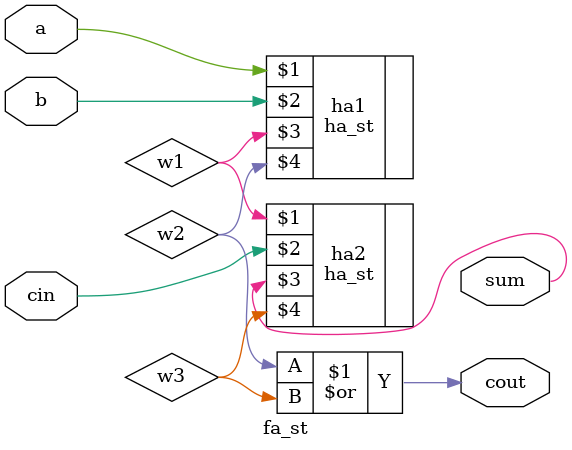
<source format=v>
module fa_st(a,b,cin,sum,cout);
input a,b,cin;
output sum,cout;
wire w1,w2,w3;
ha_st ha1(a,b,w1,w2);
ha_st ha2(w1,cin,sum,w3);
or or1(cout,w2,w3);
endmodule

</source>
